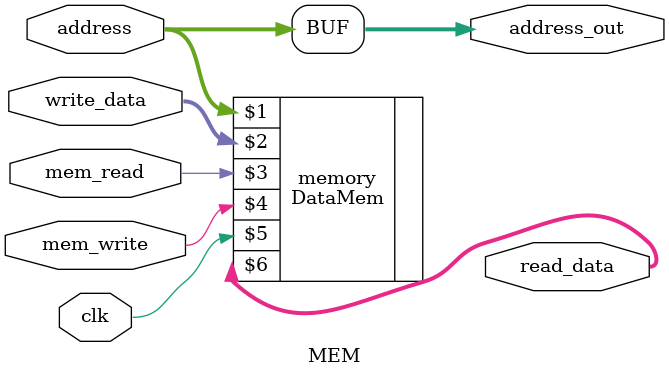
<source format=sv>
`timescale 1ns/1ns
module MEM(
    input [31:0] address, write_data, 
    input mem_read, mem_write, clk, 
    output reg [31:0] read_data, address_out
);

    DataMem memory(address, write_data, mem_read, mem_write, clk, read_data);

    assign address_out = address;

endmodule
</source>
